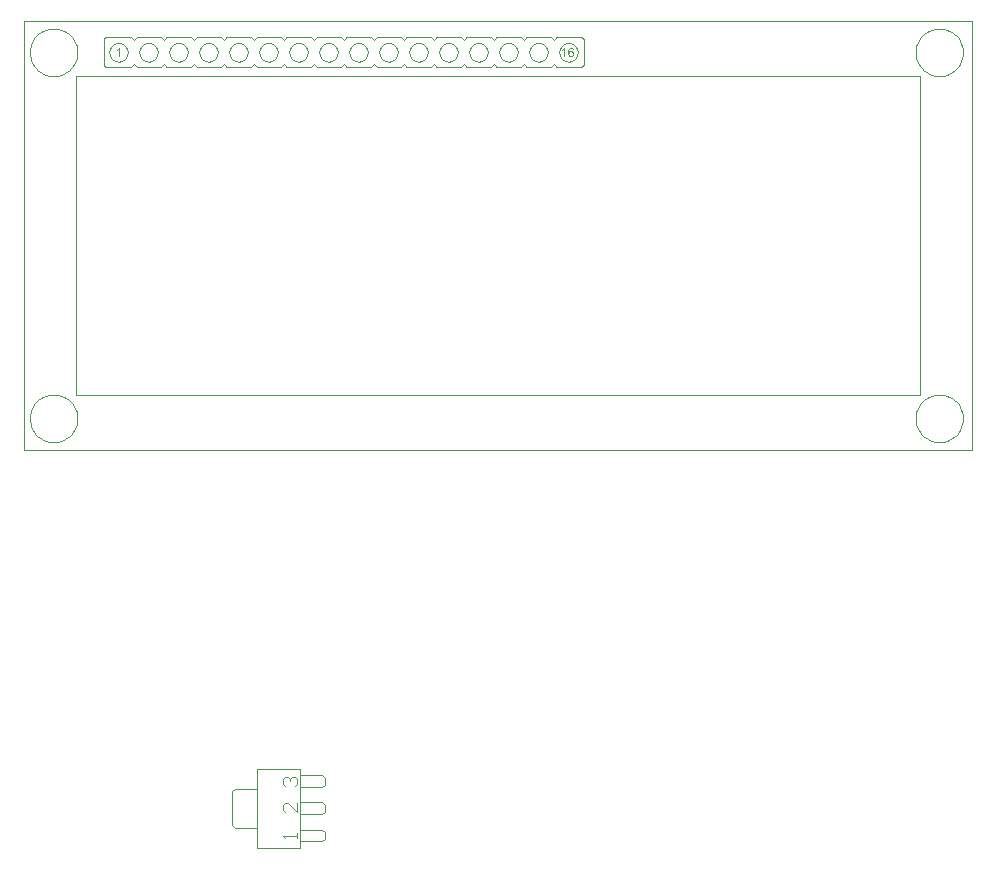
<source format=gm1>
G04 Layer_Color=48896*
%FSTAX44Y44*%
%MOMM*%
G71*
G01*
G75*
%ADD106C,0.0500*%
G36*
X00758454Y0095116D02*
X00757505D01*
Y00957179D01*
X00757494Y00957167D01*
X00757447Y0095712D01*
X00757365Y00957061D01*
X00757259Y0095698D01*
X00757131Y00956874D01*
X00756978Y00956769D01*
X00756803Y0095664D01*
X00756604Y00956523D01*
X00756592D01*
X0075658Y00956511D01*
X0075651Y00956464D01*
X00756404Y00956406D01*
X00756276Y00956336D01*
X00756124Y00956254D01*
X0075596Y00956183D01*
X00755784Y00956101D01*
X0075562Y00956031D01*
Y00956956D01*
X00755632D01*
X00755655Y00956968D01*
X00755702Y00956991D01*
X00755749Y00957026D01*
X00755819Y00957061D01*
X00755901Y00957097D01*
X00756088Y00957202D01*
X00756299Y00957331D01*
X00756533Y00957483D01*
X00756768Y00957659D01*
X0075699Y00957846D01*
X00757002Y00957858D01*
X00757013Y00957869D01*
X00757084Y0095794D01*
X00757189Y00958045D01*
X00757318Y00958174D01*
X00757458Y00958338D01*
X00757599Y00958513D01*
X00757728Y00958701D01*
X00757833Y00958888D01*
X00758454D01*
Y0095116D01*
D02*
G37*
G36*
X00763735Y00958876D02*
X00763805D01*
X00763898Y00958865D01*
X00764109Y0095883D01*
X00764343Y00958759D01*
X00764589Y00958666D01*
X00764835Y00958549D01*
X00764952Y00958467D01*
X0076507Y00958373D01*
X00765081D01*
X00765093Y0095835D01*
X00765163Y00958279D01*
X00765257Y00958162D01*
X00765374Y0095801D01*
X00765503Y00957811D01*
X00765608Y00957577D01*
X00765714Y00957296D01*
X00765772Y0095698D01*
X00764835Y00956909D01*
Y00956921D01*
Y00956933D01*
X00764812Y00957003D01*
X00764777Y00957097D01*
X00764742Y00957214D01*
X00764624Y00957483D01*
X00764554Y009576D01*
X00764472Y00957706D01*
X00764461Y00957729D01*
X00764402Y00957776D01*
X0076432Y00957834D01*
X00764215Y00957916D01*
X00764074Y00957987D01*
X0076391Y00958057D01*
X00763723Y00958104D01*
X00763524Y00958115D01*
X00763442D01*
X0076336Y00958104D01*
X00763254Y0095808D01*
X00763126Y00958057D01*
X00762985Y0095801D01*
X00762856Y0095794D01*
X00762716Y00957858D01*
X00762692Y00957846D01*
X00762646Y00957799D01*
X00762564Y00957717D01*
X0076247Y00957612D01*
X00762353Y00957483D01*
X00762236Y00957319D01*
X00762119Y0095712D01*
X00762013Y00956898D01*
Y00956886D01*
X00762002Y00956874D01*
X0076199Y00956827D01*
X00761978Y0095678D01*
X00761955Y00956722D01*
X00761931Y0095664D01*
X00761908Y00956546D01*
X00761885Y00956441D01*
X00761861Y00956324D01*
X00761838Y00956195D01*
X00761814Y00956043D01*
X00761791Y00955891D01*
X00761779Y00955715D01*
X00761767Y00955528D01*
X00761756Y00955329D01*
Y00955129D01*
X00761767Y00955141D01*
X00761814Y009552D01*
X00761885Y00955293D01*
X0076199Y00955411D01*
X00762107Y00955539D01*
X00762247Y00955668D01*
X00762411Y00955785D01*
X00762587Y00955891D01*
X0076261Y00955902D01*
X00762669Y00955926D01*
X00762774Y00955973D01*
X00762903Y00956019D01*
X00763055Y00956066D01*
X00763231Y00956113D01*
X00763419Y00956136D01*
X00763617Y00956148D01*
X00763711D01*
X00763782Y00956136D01*
X00763863Y00956125D01*
X00763957Y00956113D01*
X0076418Y00956066D01*
X00764426Y00955973D01*
X00764566Y00955926D01*
X00764695Y00955855D01*
X00764835Y00955773D01*
X00764976Y0095568D01*
X00765105Y00955574D01*
X00765233Y00955446D01*
X00765245Y00955434D01*
X00765257Y00955411D01*
X00765292Y00955375D01*
X00765339Y00955317D01*
X00765386Y00955247D01*
X00765444Y00955165D01*
X00765503Y00955071D01*
X00765573Y00954966D01*
X00765631Y00954837D01*
X0076569Y00954708D01*
X00765749Y00954556D01*
X00765796Y00954404D01*
X00765842Y00954228D01*
X00765877Y00954052D01*
X00765889Y00953853D01*
X00765901Y00953654D01*
Y00953642D01*
Y00953619D01*
Y00953584D01*
Y00953537D01*
X00765889Y00953467D01*
Y00953397D01*
X00765866Y00953209D01*
X00765819Y0095301D01*
X00765772Y00952776D01*
X0076569Y00952542D01*
X00765585Y00952308D01*
Y00952296D01*
X00765573Y00952284D01*
X0076555Y00952249D01*
X00765526Y00952202D01*
X00765456Y00952097D01*
X00765362Y00951956D01*
X00765233Y00951804D01*
X00765081Y00951652D01*
X00764917Y009515D01*
X00764718Y00951359D01*
X00764695Y00951347D01*
X00764624Y00951312D01*
X00764507Y00951254D01*
X00764367Y00951195D01*
X0076418Y00951137D01*
X00763969Y00951078D01*
X00763735Y00951043D01*
X00763489Y00951031D01*
X00763442D01*
X00763372Y00951043D01*
X0076329D01*
X00763196Y00951055D01*
X00763079Y00951078D01*
X0076295Y00951102D01*
X0076281Y00951137D01*
X00762657Y00951183D01*
X00762493Y00951242D01*
X00762341Y00951312D01*
X00762177Y00951394D01*
X00762013Y009515D01*
X00761849Y00951617D01*
X00761697Y00951746D01*
X00761557Y00951898D01*
X00761545Y00951909D01*
X00761522Y00951945D01*
X00761486Y00951991D01*
X0076144Y00952062D01*
X00761381Y00952155D01*
X00761322Y00952272D01*
X00761252Y00952413D01*
X00761194Y00952577D01*
X00761123Y00952764D01*
X00761053Y00952975D01*
X00760995Y00953209D01*
X00760936Y00953467D01*
X00760889Y00953748D01*
X00760854Y00954064D01*
X00760831Y00954392D01*
X00760819Y00954755D01*
Y00954766D01*
Y00954778D01*
Y00954813D01*
Y00954848D01*
Y00954966D01*
X00760831Y00955118D01*
X00760842Y00955305D01*
X00760866Y00955516D01*
X00760889Y0095575D01*
X00760924Y00955996D01*
X00760959Y00956265D01*
X00761018Y00956535D01*
X00761088Y00956804D01*
X0076117Y00957061D01*
X00761264Y00957331D01*
X00761369Y00957565D01*
X00761498Y00957799D01*
X00761639Y00957998D01*
X0076165Y0095801D01*
X00761674Y00958033D01*
X00761709Y0095808D01*
X00761767Y00958139D01*
X00761849Y00958209D01*
X00761931Y00958279D01*
X00762037Y00958361D01*
X00762154Y00958443D01*
X00762283Y00958525D01*
X00762435Y00958607D01*
X00762587Y00958677D01*
X00762763Y00958748D01*
X0076295Y00958806D01*
X00763149Y00958853D01*
X0076336Y00958876D01*
X00763582Y00958888D01*
X00763664D01*
X00763735Y00958876D01*
D02*
G37*
G36*
X00381454Y0095116D02*
X00380505D01*
Y00957179D01*
X00380494Y00957167D01*
X00380447Y0095712D01*
X00380365Y00957061D01*
X00380259Y0095698D01*
X00380131Y00956874D01*
X00379978Y00956769D01*
X00379803Y0095664D01*
X00379604Y00956523D01*
X00379592D01*
X0037958Y00956511D01*
X0037951Y00956464D01*
X00379404Y00956406D01*
X00379276Y00956336D01*
X00379123Y00956254D01*
X0037896Y00956183D01*
X00378784Y00956101D01*
X0037862Y00956031D01*
Y00956956D01*
X00378632D01*
X00378655Y00956968D01*
X00378702Y00956991D01*
X00378749Y00957026D01*
X00378819Y00957061D01*
X00378901Y00957097D01*
X00379088Y00957202D01*
X00379299Y00957331D01*
X00379533Y00957483D01*
X00379767Y00957659D01*
X0037999Y00957846D01*
X00380002Y00957858D01*
X00380013Y00957869D01*
X00380084Y0095794D01*
X00380189Y00958045D01*
X00380318Y00958174D01*
X00380458Y00958338D01*
X00380599Y00958513D01*
X00380728Y00958701D01*
X00380833Y00958888D01*
X00381454D01*
Y0095116D01*
D02*
G37*
%LPC*%
G36*
X0076343Y00955317D02*
X00763372D01*
X00763325Y00955305D01*
X00763208Y00955293D01*
X00763055Y00955258D01*
X00762891Y009552D01*
X00762704Y00955118D01*
X00762529Y00955001D01*
X00762353Y00954848D01*
X00762329Y00954825D01*
X00762283Y00954766D01*
X00762212Y00954661D01*
X0076213Y00954532D01*
X00762048Y00954357D01*
X00761978Y00954146D01*
X00761931Y00953912D01*
X00761908Y00953642D01*
Y00953619D01*
Y0095356D01*
X0076192Y00953467D01*
X00761931Y0095335D01*
X00761955Y00953197D01*
X0076199Y00953045D01*
X00762037Y00952881D01*
X00762107Y00952706D01*
X00762119Y00952682D01*
X00762142Y00952635D01*
X00762189Y00952553D01*
X00762259Y0095246D01*
X00762341Y00952343D01*
X00762435Y00952237D01*
X00762552Y0095212D01*
X00762681Y00952027D01*
X00762692Y00952015D01*
X00762751Y00951991D01*
X00762821Y00951956D01*
X00762915Y00951921D01*
X00763032Y00951874D01*
X00763173Y00951839D01*
X00763313Y00951816D01*
X00763465Y00951804D01*
X00763524D01*
X00763571Y00951816D01*
X00763676Y00951827D01*
X00763828Y00951863D01*
X0076398Y00951921D01*
X00764156Y00952003D01*
X00764332Y0095212D01*
X00764496Y00952284D01*
X00764519Y00952308D01*
X00764566Y00952378D01*
X00764636Y00952483D01*
X00764718Y00952624D01*
X00764789Y00952811D01*
X00764859Y00953045D01*
X00764906Y00953303D01*
X00764929Y00953596D01*
Y00953607D01*
Y00953631D01*
Y00953678D01*
X00764917Y00953724D01*
Y00953795D01*
X00764906Y00953877D01*
X00764882Y00954052D01*
X00764824Y00954251D01*
X00764753Y00954462D01*
X00764648Y00954661D01*
X00764507Y00954848D01*
X00764484Y00954872D01*
X00764437Y00954919D01*
X00764343Y00955001D01*
X00764215Y00955083D01*
X00764062Y00955165D01*
X00763875Y00955247D01*
X00763664Y00955293D01*
X0076343Y00955317D01*
D02*
G37*
%LPD*%
D106*
X0047862Y0033136D02*
X0047662Y0032936D01*
Y0030056D02*
X0047862Y0029856D01*
X0055262Y0033296D02*
X0055462Y0033496D01*
X0055462Y0034096D02*
X0055262Y0034296D01*
X0055262Y0030996D02*
X0055462Y0031196D01*
X0055462Y0031796D02*
X0055262Y0031996D01*
X0055462Y0029496D02*
X0055262Y0029696D01*
X0055262Y0028696D02*
X0055462Y0028896D01*
X00345201Y0064516D02*
X00345042Y00647677D01*
X0034457Y00650154D01*
X0034379Y00652552D01*
X00342717Y00654834D01*
X00341365Y00656963D01*
X00339758Y00658906D01*
X0033792Y00660632D01*
X0033588Y00662114D01*
X0033367Y00663329D01*
X00331325Y00664258D01*
X00328883Y00664885D01*
X00326381Y00665201D01*
X00323859D01*
X00321357Y00664885D01*
X00318915Y00664258D01*
X0031657Y00663329D01*
X0031436Y00662114D01*
X0031232Y00660632D01*
X00310482Y00658906D01*
X00308875Y00656963D01*
X00307523Y00654834D01*
X0030645Y00652552D01*
X0030567Y00650154D01*
X00305198Y00647677D01*
X0030504Y0064516D01*
X00305198Y00642643D01*
X0030567Y00640166D01*
X0030645Y00637768D01*
X00307523Y00635486D01*
X00308875Y00633357D01*
X00310482Y00631414D01*
X0031232Y00629688D01*
X0031436Y00628205D01*
X0031657Y00626991D01*
X00318915Y00626062D01*
X00321357Y00625435D01*
X00323859Y00625119D01*
X00326381D01*
X00328883Y00625435D01*
X00331325Y00626062D01*
X0033367Y00626991D01*
X0033588Y00628205D01*
X0033792Y00629688D01*
X00339758Y00631414D01*
X00341365Y00633357D01*
X00342717Y00635486D01*
X0034379Y00637768D01*
X0034457Y00640166D01*
X00345042Y00642643D01*
X00345201Y0064516D01*
X01095201D02*
X01095042Y00647677D01*
X0109457Y00650154D01*
X0109379Y00652552D01*
X01092717Y00654834D01*
X01091366Y00656963D01*
X01089758Y00658906D01*
X0108792Y00660632D01*
X0108588Y00662114D01*
X0108367Y00663329D01*
X01081325Y00664258D01*
X01078883Y00664885D01*
X01076381Y00665201D01*
X01073859D01*
X01071357Y00664885D01*
X01068915Y00664258D01*
X0106657Y00663329D01*
X0106436Y00662114D01*
X0106232Y00660632D01*
X01060482Y00658906D01*
X01058875Y00656963D01*
X01057523Y00654834D01*
X0105645Y00652552D01*
X0105567Y00650154D01*
X01055198Y00647677D01*
X0105504Y0064516D01*
X01055198Y00642643D01*
X0105567Y00640166D01*
X0105645Y00637768D01*
X01057523Y00635486D01*
X01058875Y00633357D01*
X01060482Y00631414D01*
X0106232Y00629688D01*
X0106436Y00628205D01*
X0106657Y00626991D01*
X01068915Y00626062D01*
X01071357Y00625435D01*
X01073859Y00625119D01*
X01076381D01*
X01078883Y00625435D01*
X01081325Y00626062D01*
X0108367Y00626991D01*
X0108588Y00628205D01*
X0108792Y00629688D01*
X01089758Y00631414D01*
X01091366Y00633357D01*
X01092717Y00635486D01*
X0109379Y00637768D01*
X0109457Y00640166D01*
X01095042Y00642643D01*
X01095201Y0064516D01*
Y0095516D02*
X01095042Y00957677D01*
X0109457Y00960154D01*
X0109379Y00962552D01*
X01092717Y00964834D01*
X01091366Y00966963D01*
X01089758Y00968906D01*
X0108792Y00970632D01*
X0108588Y00972114D01*
X0108367Y00973329D01*
X01081325Y00974258D01*
X01078883Y00974885D01*
X01076381Y00975201D01*
X01073859D01*
X01071357Y00974885D01*
X01068915Y00974258D01*
X0106657Y00973329D01*
X0106436Y00972114D01*
X0106232Y00970632D01*
X01060482Y00968906D01*
X01058875Y00966963D01*
X01057523Y00964834D01*
X0105645Y00962552D01*
X0105567Y00960154D01*
X01055198Y00957677D01*
X0105504Y0095516D01*
X01055198Y00952643D01*
X0105567Y00950166D01*
X0105645Y00947768D01*
X01057523Y00945486D01*
X01058875Y00943357D01*
X01060482Y00941414D01*
X0106232Y00939688D01*
X0106436Y00938205D01*
X0106657Y00936991D01*
X01068915Y00936062D01*
X01071357Y00935435D01*
X01073859Y00935119D01*
X01076381D01*
X01078883Y00935435D01*
X01081325Y00936062D01*
X0108367Y00936991D01*
X0108588Y00938205D01*
X0108792Y00939688D01*
X01089758Y00941414D01*
X01091366Y00943357D01*
X01092717Y00945486D01*
X0109379Y00947768D01*
X0109457Y00950166D01*
X01095042Y00952643D01*
X01095201Y0095516D01*
X00345201D02*
X00345042Y00957677D01*
X0034457Y00960154D01*
X0034379Y00962552D01*
X00342717Y00964834D01*
X00341365Y00966963D01*
X00339758Y00968906D01*
X0033792Y00970632D01*
X0033588Y00972114D01*
X0033367Y00973329D01*
X00331325Y00974258D01*
X00328883Y00974885D01*
X00326381Y00975201D01*
X00323859D01*
X00321357Y00974885D01*
X00318915Y00974258D01*
X0031657Y00973329D01*
X0031436Y00972114D01*
X0031232Y00970632D01*
X00310482Y00968906D01*
X00308875Y00966963D01*
X00307523Y00964834D01*
X0030645Y00962552D01*
X0030567Y00960154D01*
X00305198Y00957677D01*
X0030504Y0095516D01*
X00305198Y00952643D01*
X0030567Y00950166D01*
X0030645Y00947768D01*
X00307523Y00945486D01*
X00308875Y00943357D01*
X00310482Y00941414D01*
X0031232Y00939688D01*
X0031436Y00938205D01*
X0031657Y00936991D01*
X00318915Y00936062D01*
X00321357Y00935435D01*
X00323859Y00935119D01*
X00326381D01*
X00328883Y00935435D01*
X00331325Y00936062D01*
X0033367Y00936991D01*
X0033588Y00938205D01*
X0033792Y00939688D01*
X00339758Y00941414D01*
X00341365Y00943357D01*
X00342717Y00945486D01*
X0034379Y00947768D01*
X0034457Y00950166D01*
X00345042Y00952643D01*
X00345201Y0095516D01*
X0061672D02*
X00616329Y00957632D01*
X00615192Y00959862D01*
X00613422Y00961632D01*
X00611192Y00962768D01*
X0060872Y0096316D01*
X00606248Y00962768D01*
X00604018Y00961632D01*
X00602248Y00959862D01*
X00601111Y00957632D01*
X0060072Y0095516D01*
X00601111Y00952688D01*
X00602248Y00950458D01*
X00604018Y00948688D01*
X00606248Y00947551D01*
X0060872Y0094716D01*
X00611192Y00947551D01*
X00613422Y00948688D01*
X00615192Y00950458D01*
X00616329Y00952688D01*
X0061672Y0095516D01*
X0059132D02*
X00590928Y00957632D01*
X00589792Y00959862D01*
X00588022Y00961632D01*
X00585792Y00962768D01*
X0058332Y0096316D01*
X00580848Y00962768D01*
X00578618Y00961632D01*
X00576848Y00959862D01*
X00575712Y00957632D01*
X0057532Y0095516D01*
X00575712Y00952688D01*
X00576848Y00950458D01*
X00578618Y00948688D01*
X00580848Y00947551D01*
X0058332Y0094716D01*
X00585792Y00947551D01*
X00588022Y00948688D01*
X00589792Y00950458D01*
X00590928Y00952688D01*
X0059132Y0095516D01*
X0056592D02*
X00565528Y00957632D01*
X00564392Y00959862D01*
X00562622Y00961632D01*
X00560392Y00962768D01*
X0055792Y0096316D01*
X00555448Y00962768D01*
X00553218Y00961632D01*
X00551448Y00959862D01*
X00550312Y00957632D01*
X0054992Y0095516D01*
X00550312Y00952688D01*
X00551448Y00950458D01*
X00553218Y00948688D01*
X00555448Y00947551D01*
X0055792Y0094716D01*
X00560392Y00947551D01*
X00562622Y00948688D01*
X00564392Y00950458D01*
X00565528Y00952688D01*
X0056592Y0095516D01*
X0054052D02*
X00540129Y00957632D01*
X00538992Y00959862D01*
X00537222Y00961632D01*
X00534992Y00962768D01*
X0053252Y0096316D01*
X00530048Y00962768D01*
X00527818Y00961632D01*
X00526048Y00959862D01*
X00524911Y00957632D01*
X0052452Y0095516D01*
X00524911Y00952688D01*
X00526048Y00950458D01*
X00527818Y00948688D01*
X00530048Y00947551D01*
X0053252Y0094716D01*
X00534992Y00947551D01*
X00537222Y00948688D01*
X00538992Y00950458D01*
X00540129Y00952688D01*
X0054052Y0095516D01*
X0051512D02*
X00514729Y00957632D01*
X00513592Y00959862D01*
X00511822Y00961632D01*
X00509592Y00962768D01*
X0050712Y0096316D01*
X00504648Y00962768D01*
X00502418Y00961632D01*
X00500648Y00959862D01*
X00499511Y00957632D01*
X0049912Y0095516D01*
X00499511Y00952688D01*
X00500648Y00950458D01*
X00502418Y00948688D01*
X00504648Y00947551D01*
X0050712Y0094716D01*
X00509592Y00947551D01*
X00511822Y00948688D01*
X00513592Y00950458D01*
X00514729Y00952688D01*
X0051512Y0095516D01*
X0048972D02*
X00489328Y00957632D01*
X00488192Y00959862D01*
X00486422Y00961632D01*
X00484192Y00962768D01*
X0048172Y0096316D01*
X00479248Y00962768D01*
X00477018Y00961632D01*
X00475248Y00959862D01*
X00474112Y00957632D01*
X0047372Y0095516D01*
X00474112Y00952688D01*
X00475248Y00950458D01*
X00477018Y00948688D01*
X00479248Y00947551D01*
X0048172Y0094716D01*
X00484192Y00947551D01*
X00486422Y00948688D01*
X00488192Y00950458D01*
X00489328Y00952688D01*
X0048972Y0095516D01*
X0046432D02*
X00463928Y00957632D01*
X00462792Y00959862D01*
X00461022Y00961632D01*
X00458792Y00962768D01*
X0045632Y0096316D01*
X00453848Y00962768D01*
X00451618Y00961632D01*
X00449848Y00959862D01*
X00448712Y00957632D01*
X0044832Y0095516D01*
X00448712Y00952688D01*
X00449848Y00950458D01*
X00451618Y00948688D01*
X00453848Y00947551D01*
X0045632Y0094716D01*
X00458792Y00947551D01*
X00461022Y00948688D01*
X00462792Y00950458D01*
X00463928Y00952688D01*
X0046432Y0095516D01*
X0043892D02*
X00438529Y00957632D01*
X00437392Y00959862D01*
X00435622Y00961632D01*
X00433392Y00962768D01*
X0043092Y0096316D01*
X00428448Y00962768D01*
X00426218Y00961632D01*
X00424448Y00959862D01*
X00423312Y00957632D01*
X0042292Y0095516D01*
X00423312Y00952688D01*
X00424448Y00950458D01*
X00426218Y00948688D01*
X00428448Y00947551D01*
X0043092Y0094716D01*
X00433392Y00947551D01*
X00435622Y00948688D01*
X00437392Y00950458D01*
X00438529Y00952688D01*
X0043892Y0095516D01*
X0041352D02*
X00413129Y00957632D01*
X00411992Y00959862D01*
X00410222Y00961632D01*
X00407992Y00962768D01*
X0040552Y0096316D01*
X00403048Y00962768D01*
X00400818Y00961632D01*
X00399048Y00959862D01*
X00397911Y00957632D01*
X0039752Y0095516D01*
X00397911Y00952688D01*
X00399048Y00950458D01*
X00400818Y00948688D01*
X00403048Y00947551D01*
X0040552Y0094716D01*
X00407992Y00947551D01*
X00410222Y00948688D01*
X00411992Y00950458D01*
X00413129Y00952688D01*
X0041352Y0095516D01*
X0038812D02*
X00387729Y00957632D01*
X00386592Y00959862D01*
X00384822Y00961632D01*
X00382592Y00962768D01*
X0038012Y0096316D01*
X00377648Y00962768D01*
X00375418Y00961632D01*
X00373648Y00959862D01*
X00372511Y00957632D01*
X0037212Y0095516D01*
X00372511Y00952688D01*
X00373648Y00950458D01*
X00375418Y00948688D01*
X00377648Y00947551D01*
X0038012Y0094716D01*
X00382592Y00947551D01*
X00384822Y00948688D01*
X00386592Y00950458D01*
X00387729Y00952688D01*
X0038812Y0095516D01*
X00387729Y00957632D01*
X00386592Y00959862D01*
X00384822Y00961632D01*
X00382592Y00962768D01*
X0038012Y0096316D01*
X00377648Y00962768D01*
X00375418Y00961632D01*
X00373648Y00959862D01*
X00372511Y00957632D01*
X0037212Y0095516D01*
X00372511Y00952688D01*
X00373648Y00950458D01*
X00375418Y00948688D01*
X00377648Y00947551D01*
X0038012Y0094716D01*
X00382592Y00947551D01*
X00384822Y00948688D01*
X00386592Y00950458D01*
X00387729Y00952688D01*
X0038812Y0095516D01*
X0036982Y0096796D02*
X0036804Y00967057D01*
X0036742Y0096516D01*
X0036742Y0094516D02*
X0036804Y00943263D01*
X0036982Y0094236D01*
X0064212Y0095516D02*
X00641729Y00957632D01*
X00640592Y00959862D01*
X00638822Y00961632D01*
X00636592Y00962768D01*
X0063412Y0096316D01*
X00631648Y00962768D01*
X00629418Y00961632D01*
X00627648Y00959862D01*
X00626511Y00957632D01*
X0062612Y0095516D01*
X00626511Y00952688D01*
X00627648Y00950458D01*
X00629418Y00948688D01*
X00631648Y00947551D01*
X0063412Y0094716D01*
X00636592Y00947551D01*
X00638822Y00948688D01*
X00640592Y00950458D01*
X00641729Y00952688D01*
X0064212Y0095516D01*
X0066752D02*
X00667129Y00957632D01*
X00665992Y00959862D01*
X00664222Y00961632D01*
X00661992Y00962768D01*
X0065952Y0096316D01*
X00657048Y00962768D01*
X00654818Y00961632D01*
X00653048Y00959862D01*
X00651911Y00957632D01*
X0065152Y0095516D01*
X00651911Y00952688D01*
X00653048Y00950458D01*
X00654818Y00948688D01*
X00657048Y00947551D01*
X0065952Y0094716D01*
X00661992Y00947551D01*
X00664222Y00948688D01*
X00665992Y00950458D01*
X00667129Y00952688D01*
X0066752Y0095516D01*
X0069292D02*
X00692529Y00957632D01*
X00691392Y00959862D01*
X00689622Y00961632D01*
X00687392Y00962768D01*
X0068492Y0096316D01*
X00682448Y00962768D01*
X00680218Y00961632D01*
X00678448Y00959862D01*
X00677311Y00957632D01*
X0067692Y0095516D01*
X00677311Y00952688D01*
X00678448Y00950458D01*
X00680218Y00948688D01*
X00682448Y00947551D01*
X0068492Y0094716D01*
X00687392Y00947551D01*
X00689622Y00948688D01*
X00691392Y00950458D01*
X00692529Y00952688D01*
X0069292Y0095516D01*
X0071832D02*
X00717928Y00957632D01*
X00716792Y00959862D01*
X00715022Y00961632D01*
X00712792Y00962768D01*
X0071032Y0096316D01*
X00707848Y00962768D01*
X00705618Y00961632D01*
X00703848Y00959862D01*
X00702711Y00957632D01*
X0070232Y0095516D01*
X00702711Y00952688D01*
X00703848Y00950458D01*
X00705618Y00948688D01*
X00707848Y00947551D01*
X0071032Y0094716D01*
X00712792Y00947551D01*
X00715022Y00948688D01*
X00716792Y00950458D01*
X00717928Y00952688D01*
X0071832Y0095516D01*
X0074372D02*
X00743328Y00957632D01*
X00742192Y00959862D01*
X00740422Y00961632D01*
X00738192Y00962768D01*
X0073572Y0096316D01*
X00733248Y00962768D01*
X00731018Y00961632D01*
X00729248Y00959862D01*
X00728111Y00957632D01*
X0072772Y0095516D01*
X00728111Y00952688D01*
X00729248Y00950458D01*
X00731018Y00948688D01*
X00733248Y00947551D01*
X0073572Y0094716D01*
X00738192Y00947551D01*
X00740422Y00948688D01*
X00742192Y00950458D01*
X00743328Y00952688D01*
X0074372Y0095516D01*
X0076912D02*
X00768728Y00957632D01*
X00767592Y00959862D01*
X00765822Y00961632D01*
X00763592Y00962768D01*
X0076112Y0096316D01*
X00758648Y00962768D01*
X00756418Y00961632D01*
X00754648Y00959862D01*
X00753512Y00957632D01*
X0075312Y0095516D01*
X00753512Y00952688D01*
X00754648Y00950458D01*
X00756418Y00948688D01*
X00758648Y00947551D01*
X0076112Y0094716D01*
X00763592Y00947551D01*
X00765822Y00948688D01*
X00767592Y00950458D01*
X00768728Y00952688D01*
X0076912Y0095516D01*
X0077142Y0094236D02*
X007732Y00943263D01*
X0077382Y0094516D01*
X0077382Y0096516D02*
X007732Y00967057D01*
X0077142Y0096796D01*
X0047862Y0033136D02*
X0049707D01*
X0047862Y0029856D02*
X0049707D01*
X0047662Y0030056D02*
Y0032936D01*
X0055462Y0033496D02*
Y0034096D01*
X0053417Y0034296D02*
X0055262D01*
X0053417Y0033296D02*
X0055262D01*
X0055462Y0031196D02*
Y0031796D01*
X0053417Y0031996D02*
X0055262D01*
X0053417Y0030996D02*
X0055262D01*
X0053452Y0028696D02*
X0055262D01*
X0053452Y0029696D02*
X0055262D01*
X0055462Y0028896D02*
Y0029496D01*
X0053417Y0028141D02*
Y0034851D01*
X0049707Y0028141D02*
Y0034851D01*
Y0028141D02*
X0053417D01*
X0049707Y0034851D02*
X0053417D01*
X00300125Y0061866D02*
Y0098166D01*
X01103125D01*
X00344125Y0066516D02*
X01059125D01*
X00300125Y0061866D02*
X01103125D01*
X00344125Y0066516D02*
Y0093516D01*
X01103125Y0061866D02*
Y0098166D01*
X00344125Y0093516D02*
X01059125D01*
Y0066516D02*
Y0093516D01*
X0064428Y0094236D02*
Y0094246D01*
X0064418Y0094236D02*
X0064428Y0094246D01*
X0059348Y0094236D02*
Y0094246D01*
X0059602Y00945D01*
Y009449D02*
Y00945D01*
Y009449D02*
X0059856Y0094236D01*
X0057302D02*
X0059338D01*
X0059348Y0094246D01*
X0059856Y0094236D02*
X0061888D01*
Y0094246D01*
X0062142Y00945D01*
X0054268Y0094236D02*
Y0094246D01*
X0054522Y00945D01*
Y009449D02*
Y00945D01*
Y009449D02*
X0054776Y0094236D01*
X0052222D02*
X0054258D01*
X0054268Y0094246D01*
X0054776Y0094236D02*
X0056808D01*
Y0094246D01*
X0057062Y00945D01*
X0057316Y0094246D01*
X0049188Y0094236D02*
Y0094246D01*
X0049442Y00945D01*
Y009449D02*
Y00945D01*
Y009449D02*
X0049696Y0094236D01*
X0047142D02*
X0049178D01*
X0049188Y0094246D01*
X0049696Y0094236D02*
X0051728D01*
Y0094246D01*
X0051982Y00945D01*
X0052236Y0094246D01*
X0044108Y0094236D02*
Y0094246D01*
X0044362Y00945D01*
Y009449D02*
Y00945D01*
Y009449D02*
X0044616Y0094236D01*
X0042062D02*
X0044098D01*
X0044108Y0094246D01*
X0044616Y0094236D02*
X0046648D01*
Y0094246D01*
X0046902Y00945D01*
X0047156Y0094246D01*
X0059348Y0096786D02*
X0059602Y0096532D01*
X0059856Y0096786D01*
X0057302Y0096796D02*
X0059348D01*
X0061888Y0096786D02*
X0062142Y0096532D01*
X0059856Y0096796D02*
X0061888D01*
Y0096786D02*
Y0096796D01*
X0054268Y0096786D02*
X0054522Y0096532D01*
X0054776Y0096786D01*
X0052222Y0096796D02*
X0054268D01*
X0056808Y0096786D02*
X0057062Y0096532D01*
X0057316Y0096786D01*
X0054776Y0096796D02*
X0056808D01*
Y0096786D02*
Y0096796D01*
X0049188Y0096786D02*
X0049442Y0096532D01*
X0049696Y0096786D01*
X0047142Y0096796D02*
X0049188D01*
X0051728Y0096786D02*
X0051982Y0096532D01*
X0052236Y0096786D01*
X0049696Y0096796D02*
X0051728D01*
Y0096786D02*
Y0096796D01*
X0044108Y0096786D02*
X0044362Y0096532D01*
X0044616Y0096786D01*
X0042062Y0096796D02*
X0044108D01*
X0046648Y0096786D02*
X0046902Y0096532D01*
X0047156Y0096786D01*
X0044616Y0096796D02*
X0046648D01*
Y0096786D02*
Y0096796D01*
X0041822Y00945D02*
X0042076Y0094246D01*
X0041568D02*
X0041822Y00945D01*
X0041568Y0094236D02*
Y0094246D01*
X0039536Y0094236D02*
X0041568D01*
X0039018D02*
X0039028Y0094246D01*
X0036982Y0094236D02*
X0039018D01*
X0041568Y0096786D02*
Y0096796D01*
X0039536D02*
X0041568D01*
X0041822Y0096532D02*
X0042076Y0096786D01*
X0041568D02*
X0041822Y0096532D01*
X0036982Y0096796D02*
X0039028D01*
X0039282Y009449D02*
X0039536Y0094236D01*
X0039282Y009449D02*
Y00945D01*
X0039028Y0094246D02*
X0039282Y00945D01*
X0039028Y0094236D02*
Y0094246D01*
X0039282Y0096532D02*
X0039536Y0096786D01*
X0039028D02*
X0039282Y0096532D01*
X0036742Y0094516D02*
Y0096516D01*
X0061888Y0096786D02*
Y0096796D01*
X0062142Y0096532D02*
X0062396Y0096786D01*
X0061888D02*
X0062142Y0096532D01*
X0062382Y0096796D02*
X0064428D01*
X0062142Y00945D02*
X0062396Y0094246D01*
X0061888D02*
X0062142Y00945D01*
X0061888Y0094236D02*
Y0094246D01*
X0064418Y0094236D02*
X0064428Y0094246D01*
X0062382Y0094236D02*
X0064418D01*
X0064428D02*
Y0094246D01*
Y0096786D02*
Y0096796D01*
X0064682Y0096532D02*
X0064936Y0096786D01*
X0064428D02*
X0064682Y0096532D01*
X0064922Y0096796D02*
X0066968D01*
Y0096786D02*
X0067222Y0096532D01*
X0064682Y00945D02*
X0064936Y0094246D01*
X0064428D02*
X0064682Y00945D01*
X0064428Y0094236D02*
Y0094246D01*
X0066958Y0094236D02*
X0066968Y0094246D01*
X0064922Y0094236D02*
X0066958D01*
X0066968Y0094246D02*
X0067222Y00945D01*
X0066968Y0094236D02*
Y0094246D01*
Y0096786D02*
Y0096796D01*
X0067222Y0096532D02*
X0067476Y0096786D01*
X0066968D02*
X0067222Y0096532D01*
X0067462Y0096796D02*
X0069508D01*
Y0096786D02*
X0069762Y0096532D01*
X0067222Y00945D02*
X0067476Y0094246D01*
X0066968D02*
X0067222Y00945D01*
X0066968Y0094236D02*
Y0094246D01*
X0069498Y0094236D02*
X0069508Y0094246D01*
X0067462Y0094236D02*
X0069498D01*
X0069508Y0094246D02*
X0069762Y00945D01*
X0069508Y0094236D02*
Y0094246D01*
Y0096786D02*
Y0096796D01*
X0069762Y0096532D02*
X0070016Y0096786D01*
X0069508D02*
X0069762Y0096532D01*
X0070002Y0096796D02*
X0072048D01*
Y0096786D02*
X0072302Y0096532D01*
X0069762Y00945D02*
X0070016Y0094246D01*
X0069508D02*
X0069762Y00945D01*
X0069508Y0094236D02*
Y0094246D01*
X0072038Y0094236D02*
X0072048Y0094246D01*
X0070002Y0094236D02*
X0072038D01*
X0072048Y0094246D02*
X0072302Y00945D01*
X0072048Y0094236D02*
Y0094246D01*
Y0096786D02*
Y0096796D01*
X0072302Y0096532D02*
X0072556Y0096786D01*
X0072048D02*
X0072302Y0096532D01*
X0072542Y0096796D02*
X0074588D01*
Y0096786D02*
X0074842Y0096532D01*
X0072302Y00945D02*
X0072556Y0094246D01*
X0072048D02*
X0072302Y00945D01*
X0072048Y0094236D02*
Y0094246D01*
X0074578Y0094236D02*
X0074588Y0094246D01*
X0072542Y0094236D02*
X0074578D01*
X0074588Y0094246D02*
X0074842Y00945D01*
X0074588Y0094236D02*
Y0094246D01*
X0075082Y0094236D02*
X0077118D01*
X0074588D02*
Y0094246D01*
X0074842Y00945D01*
X0075096Y0094246D01*
X0075082Y0096796D02*
X0077128D01*
X0074588Y0096786D02*
X0074842Y0096532D01*
X0075096Y0096786D01*
X0074588D02*
Y0096796D01*
Y0094236D02*
Y0094246D01*
X0074842Y00945D01*
X0074578Y0094236D02*
X0074588Y0094246D01*
Y0096786D02*
X0074842Y0096532D01*
X0077382Y0094516D02*
Y0096516D01*
X0053137Y0028976D02*
Y00293759D01*
Y00291759D01*
X00519374D01*
X00521373Y0028976D01*
X0053137Y00319807D02*
Y0031181D01*
X00523373Y00319807D01*
X00521373D01*
X00519374Y00317808D01*
Y00313809D01*
X00521373Y0031181D01*
Y0033386D02*
X00519374Y00335859D01*
Y00339858D01*
X00521373Y00341857D01*
X00523373D01*
X00525372Y00339858D01*
Y00337859D01*
Y00339858D01*
X00527371Y00341857D01*
X00529371D01*
X0053137Y00339858D01*
Y00335859D01*
X00529371Y0033386D01*
M02*

</source>
